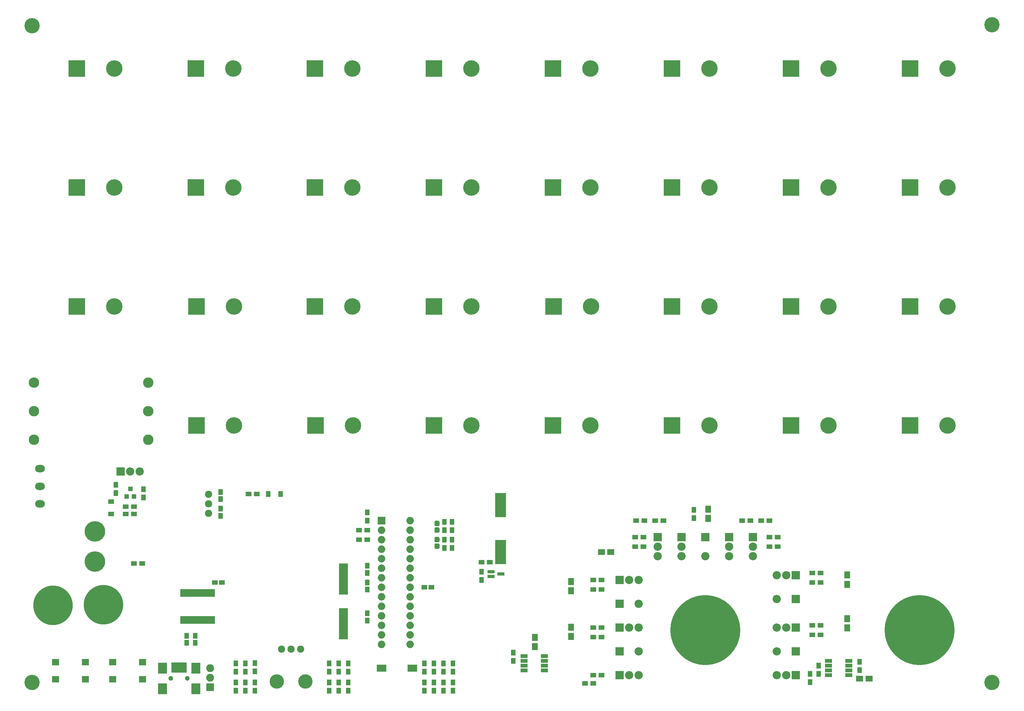
<source format=gbr>
G04 #@! TF.GenerationSoftware,KiCad,Pcbnew,(5.0.0)*
G04 #@! TF.CreationDate,2018-10-03T22:38:32-05:00*
G04 #@! TF.ProjectId,Spot_Welder_Hardware,53706F745F57656C6465725F48617264,rev?*
G04 #@! TF.SameCoordinates,Original*
G04 #@! TF.FileFunction,Soldermask,Top*
G04 #@! TF.FilePolarity,Negative*
%FSLAX46Y46*%
G04 Gerber Fmt 4.6, Leading zero omitted, Abs format (unit mm)*
G04 Created by KiCad (PCBNEW (5.0.0)) date 10/03/18 22:38:32*
%MOMM*%
%LPD*%
G01*
G04 APERTURE LIST*
%ADD10C,4.083000*%
%ADD11R,1.600000X1.300000*%
%ADD12C,18.688000*%
%ADD13R,2.900000X6.400000*%
%ADD14R,4.400000X4.400000*%
%ADD15C,4.400000*%
%ADD16R,1.650000X1.900000*%
%ADD17R,1.900000X1.650000*%
%ADD18R,1.150000X1.600000*%
%ADD19R,1.600000X1.150000*%
%ADD20C,10.560000*%
%ADD21C,5.480000*%
%ADD22C,3.850000*%
%ADD23C,1.924000*%
%ADD24R,1.300000X1.600000*%
%ADD25R,2.200000X2.200000*%
%ADD26O,2.200000X2.200000*%
%ADD27R,0.900000X2.700000*%
%ADD28C,1.300000*%
%ADD29R,2.400000X2.900000*%
%ADD30R,2.100000X2.100000*%
%ADD31O,2.100000X2.100000*%
%ADD32R,1.900000X0.850000*%
%ADD33C,2.800000*%
%ADD34O,2.800000X2.800000*%
%ADD35R,1.950000X1.700000*%
%ADD36O,2.600000X2.000000*%
%ADD37R,2.550000X1.900000*%
%ADD38R,2.000000X2.000000*%
%ADD39O,2.000000X2.000000*%
%ADD40R,1.950000X1.000000*%
%ADD41R,0.850000X2.150000*%
%ADD42R,2.400000X8.275000*%
%ADD43R,1.200000X1.300000*%
%ADD44C,0.100000*%
%ADD45C,1.350000*%
G04 APERTURE END LIST*
D10*
G04 #@! TO.C,REF\002A\002A*
X20574000Y-192786000D03*
G04 #@! TD*
G04 #@! TO.C,REF\002A\002A*
X20574000Y-17526000D03*
G04 #@! TD*
G04 #@! TO.C,REF\002A\002A*
X276606000Y-192786000D03*
G04 #@! TD*
D11*
G04 #@! TO.C,R20*
X47793000Y-145923000D03*
X45593000Y-145923000D03*
G04 #@! TD*
G04 #@! TO.C,R19*
X47793000Y-147828000D03*
X45593000Y-147828000D03*
G04 #@! TD*
D12*
G04 #@! TO.C,REF\002A\002A*
X257302000Y-178816000D03*
G04 #@! TD*
D13*
G04 #@! TO.C,BZ1*
X145542000Y-145456000D03*
X145542000Y-158056000D03*
G04 #@! TD*
D14*
G04 #@! TO.C,C1*
X223012000Y-60706000D03*
D15*
X233012000Y-60706000D03*
G04 #@! TD*
D14*
G04 #@! TO.C,C2*
X254762000Y-28956000D03*
D15*
X264762000Y-28956000D03*
G04 #@! TD*
D14*
G04 #@! TO.C,C3*
X223012000Y-92456000D03*
D15*
X233012000Y-92456000D03*
G04 #@! TD*
D14*
G04 #@! TO.C,C4*
X191262000Y-124206000D03*
D15*
X201262000Y-124206000D03*
G04 #@! TD*
D14*
G04 #@! TO.C,C5*
X223012000Y-124206000D03*
D15*
X233012000Y-124206000D03*
G04 #@! TD*
D14*
G04 #@! TO.C,C6*
X254762000Y-60706000D03*
D15*
X264762000Y-60706000D03*
G04 #@! TD*
D16*
G04 #@! TO.C,C7*
X237998000Y-166624000D03*
X237998000Y-164124000D03*
G04 #@! TD*
D14*
G04 #@! TO.C,C8*
X254762000Y-92456000D03*
D15*
X264762000Y-92456000D03*
G04 #@! TD*
D14*
G04 #@! TO.C,C9*
X191262000Y-60706000D03*
D15*
X201262000Y-60706000D03*
G04 #@! TD*
D14*
G04 #@! TO.C,C10*
X96012000Y-92456000D03*
D15*
X106012000Y-92456000D03*
G04 #@! TD*
D16*
G04 #@! TO.C,C11*
X154686000Y-183261000D03*
X154686000Y-180761000D03*
G04 #@! TD*
D14*
G04 #@! TO.C,C12*
X96012000Y-60706000D03*
D15*
X106012000Y-60706000D03*
G04 #@! TD*
D14*
G04 #@! TO.C,C13*
X64422000Y-92456000D03*
D15*
X74422000Y-92456000D03*
G04 #@! TD*
D14*
G04 #@! TO.C,C14*
X64262000Y-28956000D03*
D15*
X74262000Y-28956000D03*
G04 #@! TD*
D17*
G04 #@! TO.C,C15*
X241340000Y-191770000D03*
X243840000Y-191770000D03*
G04 #@! TD*
D14*
G04 #@! TO.C,C16*
X64262000Y-60706000D03*
D15*
X74262000Y-60706000D03*
G04 #@! TD*
D14*
G04 #@! TO.C,C17*
X32512000Y-28956000D03*
D15*
X42512000Y-28956000D03*
G04 #@! TD*
D14*
G04 #@! TO.C,C18*
X127762000Y-60706000D03*
D15*
X137762000Y-60706000D03*
G04 #@! TD*
D16*
G04 #@! TO.C,C19*
X200914000Y-149058000D03*
X200914000Y-146558000D03*
G04 #@! TD*
D14*
G04 #@! TO.C,C20*
X32512000Y-60706000D03*
D15*
X42512000Y-60706000D03*
G04 #@! TD*
D14*
G04 #@! TO.C,C21*
X96012000Y-28956000D03*
D15*
X106012000Y-28956000D03*
G04 #@! TD*
D14*
G04 #@! TO.C,C22*
X127762000Y-28956000D03*
D15*
X137762000Y-28956000D03*
G04 #@! TD*
D17*
G04 #@! TO.C,C23*
X172466000Y-157988000D03*
X174966000Y-157988000D03*
G04 #@! TD*
D16*
G04 #@! TO.C,C24*
X164338000Y-180554000D03*
X164338000Y-178054000D03*
G04 #@! TD*
D14*
G04 #@! TO.C,C25*
X159512000Y-28956000D03*
D15*
X169512000Y-28956000D03*
G04 #@! TD*
D14*
G04 #@! TO.C,C26*
X127762000Y-92456000D03*
D15*
X137762000Y-92456000D03*
G04 #@! TD*
D14*
G04 #@! TO.C,C27*
X96172000Y-124206000D03*
D15*
X106172000Y-124206000D03*
G04 #@! TD*
D16*
G04 #@! TO.C,C28*
X237998000Y-175768000D03*
X237998000Y-178268000D03*
G04 #@! TD*
D14*
G04 #@! TO.C,C29*
X32512000Y-92456000D03*
D15*
X42512000Y-92456000D03*
G04 #@! TD*
D14*
G04 #@! TO.C,C30*
X159512000Y-60706000D03*
D15*
X169512000Y-60706000D03*
G04 #@! TD*
D14*
G04 #@! TO.C,C31*
X127762000Y-124206000D03*
D15*
X137762000Y-124206000D03*
G04 #@! TD*
D16*
G04 #@! TO.C,C32*
X164338000Y-168362000D03*
X164338000Y-165862000D03*
G04 #@! TD*
D14*
G04 #@! TO.C,C33*
X191262000Y-28956000D03*
D15*
X201262000Y-28956000D03*
G04 #@! TD*
D14*
G04 #@! TO.C,C34*
X159512000Y-124206000D03*
D15*
X169512000Y-124206000D03*
G04 #@! TD*
D14*
G04 #@! TO.C,C35*
X191262000Y-92456000D03*
D15*
X201262000Y-92456000D03*
G04 #@! TD*
D14*
G04 #@! TO.C,C36*
X223012000Y-28956000D03*
D15*
X233012000Y-28956000D03*
G04 #@! TD*
D14*
G04 #@! TO.C,C37*
X159672000Y-92456000D03*
D15*
X169672000Y-92456000D03*
G04 #@! TD*
D14*
G04 #@! TO.C,C38*
X254762000Y-124206000D03*
D15*
X264762000Y-124206000D03*
G04 #@! TD*
D18*
G04 #@! TO.C,C39*
X109982000Y-163576000D03*
X109982000Y-161676000D03*
G04 #@! TD*
D19*
G04 #@! TO.C,C40*
X125222000Y-167386000D03*
X127122000Y-167386000D03*
G04 #@! TD*
D18*
G04 #@! TO.C,C41*
X109982000Y-166116000D03*
X109982000Y-168016000D03*
G04 #@! TD*
G04 #@! TO.C,C42*
X109982000Y-176276000D03*
X109982000Y-174376000D03*
G04 #@! TD*
G04 #@! TO.C,C43*
X70866000Y-141986000D03*
X70866000Y-143886000D03*
G04 #@! TD*
G04 #@! TO.C,C44*
X70866000Y-146436000D03*
X70866000Y-148336000D03*
G04 #@! TD*
D14*
G04 #@! TO.C,C45*
X64422000Y-124206000D03*
D15*
X74422000Y-124206000D03*
G04 #@! TD*
D18*
G04 #@! TO.C,C46*
X61823600Y-180340000D03*
X61823600Y-182240000D03*
G04 #@! TD*
G04 #@! TO.C,C47*
X64135000Y-182240000D03*
X64135000Y-180340000D03*
G04 #@! TD*
D19*
G04 #@! TO.C,C48*
X69342000Y-166116000D03*
X71242000Y-166116000D03*
G04 #@! TD*
D20*
G04 #@! TO.C,Conn1*
X39624000Y-172085000D03*
G04 #@! TD*
G04 #@! TO.C,Conn2*
X26162000Y-172212000D03*
G04 #@! TD*
D21*
G04 #@! TO.C,Conn3*
X37363400Y-160529000D03*
X37363400Y-152528000D03*
G04 #@! TD*
D22*
G04 #@! TO.C,Conn4*
X85852000Y-192532000D03*
X93472000Y-192532000D03*
D23*
X87122000Y-183896000D03*
X89662000Y-183896000D03*
X92202000Y-183896000D03*
G04 #@! TD*
D24*
G04 #@! TO.C,D1*
X125222000Y-194986000D03*
X125222000Y-192786000D03*
G04 #@! TD*
G04 #@! TO.C,D2*
X102362000Y-194986000D03*
X102362000Y-192786000D03*
G04 #@! TD*
G04 #@! TO.C,D3*
X127762000Y-194986000D03*
X127762000Y-192786000D03*
G04 #@! TD*
G04 #@! TO.C,D4*
X104902000Y-194986000D03*
X104902000Y-192786000D03*
G04 #@! TD*
G04 #@! TO.C,D5*
X130302000Y-194986000D03*
X130302000Y-192786000D03*
G04 #@! TD*
G04 #@! TO.C,D6*
X99822000Y-194986000D03*
X99822000Y-192786000D03*
G04 #@! TD*
G04 #@! TO.C,D7*
X132842000Y-194986000D03*
X132842000Y-192786000D03*
G04 #@! TD*
D11*
G04 #@! TO.C,D11*
X49952000Y-161036000D03*
X47752000Y-161036000D03*
G04 #@! TD*
D24*
G04 #@! TO.C,D12*
X83566000Y-142494000D03*
X86866000Y-142494000D03*
G04 #@! TD*
D25*
G04 #@! TO.C,D13*
X224282000Y-184531000D03*
D26*
X219202000Y-184531000D03*
G04 #@! TD*
D25*
G04 #@! TO.C,D14*
X224282000Y-170561000D03*
D26*
X219202000Y-170561000D03*
G04 #@! TD*
D25*
G04 #@! TO.C,D15*
X200152000Y-154051000D03*
D26*
X200152000Y-159131000D03*
G04 #@! TD*
D25*
G04 #@! TO.C,D16*
X177292000Y-171831000D03*
D26*
X182372000Y-171831000D03*
G04 #@! TD*
D24*
G04 #@! TO.C,D17*
X74930000Y-194986000D03*
X74930000Y-192786000D03*
G04 #@! TD*
G04 #@! TO.C,D18*
X77470000Y-194986000D03*
X77470000Y-192786000D03*
G04 #@! TD*
D25*
G04 #@! TO.C,D19*
X177292000Y-184531000D03*
D26*
X182372000Y-184531000D03*
G04 #@! TD*
D24*
G04 #@! TO.C,D20*
X80010000Y-194986000D03*
X80010000Y-192786000D03*
G04 #@! TD*
D27*
G04 #@! TO.C,J1*
X58212000Y-188876000D03*
D28*
X57612000Y-191726000D03*
X62012000Y-191726000D03*
D29*
X55362000Y-188976000D03*
D27*
X59012000Y-188876000D03*
X59812000Y-188876000D03*
X60612000Y-188876000D03*
X61412000Y-188876000D03*
D29*
X55362000Y-194476000D03*
X64262000Y-188976000D03*
X64262000Y-194476000D03*
G04 #@! TD*
D30*
G04 #@! TO.C,J2*
X68072000Y-194056000D03*
D31*
X68072000Y-191516000D03*
X68072000Y-188976000D03*
G04 #@! TD*
D11*
G04 #@! TO.C,L1*
X228727000Y-177546000D03*
X230927000Y-177546000D03*
G04 #@! TD*
G04 #@! TO.C,L2*
X228727000Y-163576000D03*
X230927000Y-163576000D03*
G04 #@! TD*
D24*
G04 #@! TO.C,L3*
X228092000Y-192700000D03*
X228092000Y-190500000D03*
G04 #@! TD*
D11*
G04 #@! TO.C,L4*
X217297000Y-154051000D03*
X219497000Y-154051000D03*
G04 #@! TD*
G04 #@! TO.C,L5*
X210017000Y-149606000D03*
X212217000Y-149606000D03*
G04 #@! TD*
G04 #@! TO.C,L6*
X189017000Y-149606000D03*
X186817000Y-149606000D03*
G04 #@! TD*
G04 #@! TO.C,L7*
X183642000Y-154051000D03*
X181442000Y-154051000D03*
G04 #@! TD*
G04 #@! TO.C,L8*
X172507000Y-190881000D03*
X170307000Y-190881000D03*
G04 #@! TD*
G04 #@! TO.C,L9*
X172507000Y-165481000D03*
X170307000Y-165481000D03*
G04 #@! TD*
G04 #@! TO.C,L10*
X172507000Y-178181000D03*
X170307000Y-178181000D03*
G04 #@! TD*
D32*
G04 #@! TO.C,Q1*
X143002000Y-163236000D03*
X143002000Y-164536000D03*
X145662000Y-163886000D03*
G04 #@! TD*
D25*
G04 #@! TO.C,Q3*
X44196000Y-136525000D03*
D26*
X46736000Y-136525000D03*
X49276000Y-136525000D03*
G04 #@! TD*
D25*
G04 #@! TO.C,Q4*
X224282000Y-178181000D03*
D26*
X221742000Y-178181000D03*
X219202000Y-178181000D03*
G04 #@! TD*
D25*
G04 #@! TO.C,Q5*
X224282000Y-164211000D03*
D26*
X221742000Y-164211000D03*
X219202000Y-164211000D03*
G04 #@! TD*
D25*
G04 #@! TO.C,Q6*
X224282000Y-190881000D03*
D26*
X221742000Y-190881000D03*
X219202000Y-190881000D03*
G04 #@! TD*
D25*
G04 #@! TO.C,Q7*
X212852000Y-154051000D03*
D26*
X212852000Y-156591000D03*
X212852000Y-159131000D03*
G04 #@! TD*
D25*
G04 #@! TO.C,Q8*
X206502000Y-154051000D03*
D26*
X206502000Y-156591000D03*
X206502000Y-159131000D03*
G04 #@! TD*
D25*
G04 #@! TO.C,Q9*
X193802000Y-154051000D03*
D26*
X193802000Y-156591000D03*
X193802000Y-159131000D03*
G04 #@! TD*
D25*
G04 #@! TO.C,Q10*
X187452000Y-154051000D03*
D26*
X187452000Y-156591000D03*
X187452000Y-159131000D03*
G04 #@! TD*
D25*
G04 #@! TO.C,Q11*
X177292000Y-190881000D03*
D26*
X179832000Y-190881000D03*
X182372000Y-190881000D03*
G04 #@! TD*
D25*
G04 #@! TO.C,Q12*
X177292000Y-165481000D03*
D26*
X179832000Y-165481000D03*
X182372000Y-165481000D03*
G04 #@! TD*
D25*
G04 #@! TO.C,Q13*
X177292000Y-178181000D03*
D26*
X179832000Y-178181000D03*
X182372000Y-178181000D03*
G04 #@! TD*
D24*
G04 #@! TO.C,R1*
X125222000Y-189906000D03*
X125222000Y-187706000D03*
G04 #@! TD*
G04 #@! TO.C,R2*
X140462000Y-163236000D03*
X140462000Y-165436000D03*
G04 #@! TD*
G04 #@! TO.C,R3*
X102362000Y-189906000D03*
X102362000Y-187706000D03*
G04 #@! TD*
D11*
G04 #@! TO.C,R4*
X140462000Y-160696000D03*
X142662000Y-160696000D03*
G04 #@! TD*
D24*
G04 #@! TO.C,R5*
X127762000Y-189906000D03*
X127762000Y-187706000D03*
G04 #@! TD*
G04 #@! TO.C,R6*
X104902000Y-189906000D03*
X104902000Y-187706000D03*
G04 #@! TD*
G04 #@! TO.C,R7*
X130302000Y-189906000D03*
X130302000Y-187706000D03*
G04 #@! TD*
G04 #@! TO.C,R8*
X99822000Y-189906000D03*
X99822000Y-187706000D03*
G04 #@! TD*
G04 #@! TO.C,R9*
X132842000Y-189906000D03*
X132842000Y-187706000D03*
G04 #@! TD*
G04 #@! TO.C,R10*
X132588000Y-152146000D03*
X132588000Y-149946000D03*
G04 #@! TD*
G04 #@! TO.C,R11*
X130556000Y-152146000D03*
X130556000Y-149946000D03*
G04 #@! TD*
D33*
G04 #@! TO.C,R12*
X51562000Y-128016000D03*
D34*
X21082000Y-128016000D03*
G04 #@! TD*
D33*
G04 #@! TO.C,R13*
X21082000Y-120396000D03*
D34*
X51562000Y-120396000D03*
G04 #@! TD*
D33*
G04 #@! TO.C,R14*
X51562000Y-112776000D03*
D34*
X21082000Y-112776000D03*
G04 #@! TD*
D24*
G04 #@! TO.C,R15*
X132588000Y-154686000D03*
X132588000Y-156886000D03*
G04 #@! TD*
G04 #@! TO.C,R16*
X130556000Y-154686000D03*
X130556000Y-156886000D03*
G04 #@! TD*
G04 #@! TO.C,R17*
X109982000Y-147406000D03*
X109982000Y-149606000D03*
G04 #@! TD*
G04 #@! TO.C,R18*
X42926000Y-140040000D03*
X42926000Y-142240000D03*
G04 #@! TD*
D11*
G04 #@! TO.C,R21*
X80518000Y-142494000D03*
X78318000Y-142494000D03*
G04 #@! TD*
D24*
G04 #@! TO.C,R22*
X197104000Y-148971000D03*
X197104000Y-146771000D03*
G04 #@! TD*
D11*
G04 #@! TO.C,R23*
X230927000Y-180086000D03*
X228727000Y-180086000D03*
G04 #@! TD*
G04 #@! TO.C,R24*
X107782000Y-152146000D03*
X109982000Y-152146000D03*
G04 #@! TD*
G04 #@! TO.C,R25*
X107782000Y-154686000D03*
X109982000Y-154686000D03*
G04 #@! TD*
G04 #@! TO.C,R26*
X230927000Y-166116000D03*
X228727000Y-166116000D03*
G04 #@! TD*
D24*
G04 #@! TO.C,R27*
X148971000Y-187071000D03*
X148971000Y-184871000D03*
G04 #@! TD*
G04 #@! TO.C,R28*
X230378000Y-190500000D03*
X230378000Y-188300000D03*
G04 #@! TD*
D11*
G04 #@! TO.C,R29*
X219497000Y-156591000D03*
X217297000Y-156591000D03*
G04 #@! TD*
G04 #@! TO.C,R30*
X215097000Y-149606000D03*
X217297000Y-149606000D03*
G04 #@! TD*
G04 #@! TO.C,R31*
X183937000Y-149606000D03*
X181737000Y-149606000D03*
G04 #@! TD*
G04 #@! TO.C,R32*
X181442000Y-156591000D03*
X183642000Y-156591000D03*
G04 #@! TD*
D24*
G04 #@! TO.C,R33*
X241300000Y-189484000D03*
X241300000Y-187284000D03*
G04 #@! TD*
D11*
G04 #@! TO.C,R34*
X170307000Y-193040000D03*
X168107000Y-193040000D03*
G04 #@! TD*
D24*
G04 #@! TO.C,R35*
X74930000Y-187706000D03*
X74930000Y-189906000D03*
G04 #@! TD*
D11*
G04 #@! TO.C,R36*
X170307000Y-168021000D03*
X172507000Y-168021000D03*
G04 #@! TD*
D24*
G04 #@! TO.C,R37*
X77470000Y-187706000D03*
X77470000Y-189906000D03*
G04 #@! TD*
D11*
G04 #@! TO.C,R38*
X170307000Y-180721000D03*
X172507000Y-180721000D03*
G04 #@! TD*
D24*
G04 #@! TO.C,R39*
X80010000Y-187622000D03*
X80010000Y-189822000D03*
G04 #@! TD*
D35*
G04 #@! TO.C,SW1*
X34782000Y-191936000D03*
X26832000Y-191936000D03*
X34782000Y-187436000D03*
X26832000Y-187436000D03*
G04 #@! TD*
D36*
G04 #@! TO.C,SW2*
X22733000Y-135762000D03*
X22733000Y-140462000D03*
X22733000Y-145162000D03*
G04 #@! TD*
D37*
G04 #@! TO.C,SW3*
X122042000Y-188976000D03*
X113792000Y-188976000D03*
G04 #@! TD*
D35*
G04 #@! TO.C,SW4*
X50022000Y-191936000D03*
X42072000Y-191936000D03*
X50022000Y-187436000D03*
X42072000Y-187436000D03*
G04 #@! TD*
D23*
G04 #@! TO.C,U1*
X67691000Y-142621000D03*
X67691000Y-145161000D03*
X67691000Y-147701000D03*
G04 #@! TD*
D38*
G04 #@! TO.C,U2*
X113792000Y-149606000D03*
D39*
X121412000Y-182626000D03*
X113792000Y-152146000D03*
X121412000Y-180086000D03*
X113792000Y-154686000D03*
X121412000Y-177546000D03*
X113792000Y-157226000D03*
X121412000Y-175006000D03*
X113792000Y-159766000D03*
X121412000Y-172466000D03*
X113792000Y-162306000D03*
X121412000Y-169926000D03*
X113792000Y-164846000D03*
X121412000Y-167386000D03*
X113792000Y-167386000D03*
X121412000Y-164846000D03*
X113792000Y-169926000D03*
X121412000Y-162306000D03*
X113792000Y-172466000D03*
X121412000Y-159766000D03*
X113792000Y-175006000D03*
X121412000Y-157226000D03*
X113792000Y-177546000D03*
X121412000Y-154686000D03*
X113792000Y-180086000D03*
X121412000Y-152146000D03*
X113792000Y-182626000D03*
X121412000Y-149606000D03*
G04 #@! TD*
D40*
G04 #@! TO.C,U3*
X238445000Y-190881000D03*
X238445000Y-189611000D03*
X238445000Y-188341000D03*
X238445000Y-187071000D03*
X233045000Y-187071000D03*
X233045000Y-188341000D03*
X233045000Y-189611000D03*
X233045000Y-190881000D03*
G04 #@! TD*
D41*
G04 #@! TO.C,U4*
X68961000Y-168910000D03*
X68311000Y-168910000D03*
X67661000Y-168910000D03*
X67011000Y-168910000D03*
X66361000Y-168910000D03*
X65711000Y-168910000D03*
X65061000Y-168910000D03*
X64411000Y-168910000D03*
X63761000Y-168910000D03*
X63111000Y-168910000D03*
X62461000Y-168910000D03*
X61811000Y-168910000D03*
X61161000Y-168910000D03*
X60511000Y-168910000D03*
X60511000Y-176110000D03*
X61161000Y-176110000D03*
X61811000Y-176110000D03*
X62461000Y-176110000D03*
X63111000Y-176110000D03*
X63761000Y-176110000D03*
X64411000Y-176110000D03*
X65061000Y-176110000D03*
X65711000Y-176110000D03*
X66361000Y-176110000D03*
X67011000Y-176110000D03*
X67661000Y-176110000D03*
X68311000Y-176110000D03*
X68961000Y-176110000D03*
G04 #@! TD*
D40*
G04 #@! TO.C,U5*
X151826000Y-185801000D03*
X151826000Y-187071000D03*
X151826000Y-188341000D03*
X151826000Y-189611000D03*
X157226000Y-189611000D03*
X157226000Y-188341000D03*
X157226000Y-187071000D03*
X157226000Y-185801000D03*
G04 #@! TD*
D42*
G04 #@! TO.C,Y1*
X103632000Y-165258500D03*
X103632000Y-177133500D03*
G04 #@! TD*
D10*
G04 #@! TO.C,REF\002A\002A*
X276606000Y-17272000D03*
G04 #@! TD*
D12*
G04 #@! TO.C,REF\002A\002A*
X200152000Y-178841400D03*
G04 #@! TD*
D24*
G04 #@! TO.C,R40*
X50292000Y-141224000D03*
X50292000Y-143424000D03*
G04 #@! TD*
D43*
G04 #@! TO.C,Q2*
X45842388Y-143198804D03*
X47742388Y-143198804D03*
X46792388Y-141198804D03*
G04 #@! TD*
D11*
G04 #@! TO.C,D10*
X41656000Y-144528000D03*
X41656000Y-147828000D03*
G04 #@! TD*
D44*
G04 #@! TO.C,D8*
G36*
X128949582Y-151422625D02*
X128982344Y-151427485D01*
X129014472Y-151435533D01*
X129045657Y-151446691D01*
X129075597Y-151460852D01*
X129104006Y-151477879D01*
X129130609Y-151497609D01*
X129155150Y-151519851D01*
X129177392Y-151544392D01*
X129197122Y-151570995D01*
X129214149Y-151599404D01*
X129228310Y-151629344D01*
X129239468Y-151660529D01*
X129247516Y-151692657D01*
X129252376Y-151725419D01*
X129254001Y-151758500D01*
X129254001Y-152533500D01*
X129252376Y-152566581D01*
X129247516Y-152599343D01*
X129239468Y-152631471D01*
X129228310Y-152662656D01*
X129214149Y-152692596D01*
X129197122Y-152721005D01*
X129177392Y-152747608D01*
X129155150Y-152772149D01*
X129130609Y-152794391D01*
X129104006Y-152814121D01*
X129075597Y-152831148D01*
X129045657Y-152845309D01*
X129014472Y-152856467D01*
X128982344Y-152864515D01*
X128949582Y-152869375D01*
X128916501Y-152871000D01*
X128241501Y-152871000D01*
X128208420Y-152869375D01*
X128175658Y-152864515D01*
X128143530Y-152856467D01*
X128112345Y-152845309D01*
X128082405Y-152831148D01*
X128053996Y-152814121D01*
X128027393Y-152794391D01*
X128002852Y-152772149D01*
X127980610Y-152747608D01*
X127960880Y-152721005D01*
X127943853Y-152692596D01*
X127929692Y-152662656D01*
X127918534Y-152631471D01*
X127910486Y-152599343D01*
X127905626Y-152566581D01*
X127904001Y-152533500D01*
X127904001Y-151758500D01*
X127905626Y-151725419D01*
X127910486Y-151692657D01*
X127918534Y-151660529D01*
X127929692Y-151629344D01*
X127943853Y-151599404D01*
X127960880Y-151570995D01*
X127980610Y-151544392D01*
X128002852Y-151519851D01*
X128027393Y-151497609D01*
X128053996Y-151477879D01*
X128082405Y-151460852D01*
X128112345Y-151446691D01*
X128143530Y-151435533D01*
X128175658Y-151427485D01*
X128208420Y-151422625D01*
X128241501Y-151421000D01*
X128916501Y-151421000D01*
X128949582Y-151422625D01*
X128949582Y-151422625D01*
G37*
D45*
X128579001Y-152146000D03*
D44*
G36*
X128949582Y-149672625D02*
X128982344Y-149677485D01*
X129014472Y-149685533D01*
X129045657Y-149696691D01*
X129075597Y-149710852D01*
X129104006Y-149727879D01*
X129130609Y-149747609D01*
X129155150Y-149769851D01*
X129177392Y-149794392D01*
X129197122Y-149820995D01*
X129214149Y-149849404D01*
X129228310Y-149879344D01*
X129239468Y-149910529D01*
X129247516Y-149942657D01*
X129252376Y-149975419D01*
X129254001Y-150008500D01*
X129254001Y-150783500D01*
X129252376Y-150816581D01*
X129247516Y-150849343D01*
X129239468Y-150881471D01*
X129228310Y-150912656D01*
X129214149Y-150942596D01*
X129197122Y-150971005D01*
X129177392Y-150997608D01*
X129155150Y-151022149D01*
X129130609Y-151044391D01*
X129104006Y-151064121D01*
X129075597Y-151081148D01*
X129045657Y-151095309D01*
X129014472Y-151106467D01*
X128982344Y-151114515D01*
X128949582Y-151119375D01*
X128916501Y-151121000D01*
X128241501Y-151121000D01*
X128208420Y-151119375D01*
X128175658Y-151114515D01*
X128143530Y-151106467D01*
X128112345Y-151095309D01*
X128082405Y-151081148D01*
X128053996Y-151064121D01*
X128027393Y-151044391D01*
X128002852Y-151022149D01*
X127980610Y-150997608D01*
X127960880Y-150971005D01*
X127943853Y-150942596D01*
X127929692Y-150912656D01*
X127918534Y-150881471D01*
X127910486Y-150849343D01*
X127905626Y-150816581D01*
X127904001Y-150783500D01*
X127904001Y-150008500D01*
X127905626Y-149975419D01*
X127910486Y-149942657D01*
X127918534Y-149910529D01*
X127929692Y-149879344D01*
X127943853Y-149849404D01*
X127960880Y-149820995D01*
X127980610Y-149794392D01*
X128002852Y-149769851D01*
X128027393Y-149747609D01*
X128053996Y-149727879D01*
X128082405Y-149710852D01*
X128112345Y-149696691D01*
X128143530Y-149685533D01*
X128175658Y-149677485D01*
X128208420Y-149672625D01*
X128241501Y-149671000D01*
X128916501Y-149671000D01*
X128949582Y-149672625D01*
X128949582Y-149672625D01*
G37*
D45*
X128579001Y-150396000D03*
G04 #@! TD*
D44*
G04 #@! TO.C,D9*
G36*
X128949582Y-155712625D02*
X128982344Y-155717485D01*
X129014472Y-155725533D01*
X129045657Y-155736691D01*
X129075597Y-155750852D01*
X129104006Y-155767879D01*
X129130609Y-155787609D01*
X129155150Y-155809851D01*
X129177392Y-155834392D01*
X129197122Y-155860995D01*
X129214149Y-155889404D01*
X129228310Y-155919344D01*
X129239468Y-155950529D01*
X129247516Y-155982657D01*
X129252376Y-156015419D01*
X129254001Y-156048500D01*
X129254001Y-156823500D01*
X129252376Y-156856581D01*
X129247516Y-156889343D01*
X129239468Y-156921471D01*
X129228310Y-156952656D01*
X129214149Y-156982596D01*
X129197122Y-157011005D01*
X129177392Y-157037608D01*
X129155150Y-157062149D01*
X129130609Y-157084391D01*
X129104006Y-157104121D01*
X129075597Y-157121148D01*
X129045657Y-157135309D01*
X129014472Y-157146467D01*
X128982344Y-157154515D01*
X128949582Y-157159375D01*
X128916501Y-157161000D01*
X128241501Y-157161000D01*
X128208420Y-157159375D01*
X128175658Y-157154515D01*
X128143530Y-157146467D01*
X128112345Y-157135309D01*
X128082405Y-157121148D01*
X128053996Y-157104121D01*
X128027393Y-157084391D01*
X128002852Y-157062149D01*
X127980610Y-157037608D01*
X127960880Y-157011005D01*
X127943853Y-156982596D01*
X127929692Y-156952656D01*
X127918534Y-156921471D01*
X127910486Y-156889343D01*
X127905626Y-156856581D01*
X127904001Y-156823500D01*
X127904001Y-156048500D01*
X127905626Y-156015419D01*
X127910486Y-155982657D01*
X127918534Y-155950529D01*
X127929692Y-155919344D01*
X127943853Y-155889404D01*
X127960880Y-155860995D01*
X127980610Y-155834392D01*
X128002852Y-155809851D01*
X128027393Y-155787609D01*
X128053996Y-155767879D01*
X128082405Y-155750852D01*
X128112345Y-155736691D01*
X128143530Y-155725533D01*
X128175658Y-155717485D01*
X128208420Y-155712625D01*
X128241501Y-155711000D01*
X128916501Y-155711000D01*
X128949582Y-155712625D01*
X128949582Y-155712625D01*
G37*
D45*
X128579001Y-156436000D03*
D44*
G36*
X128949582Y-153962625D02*
X128982344Y-153967485D01*
X129014472Y-153975533D01*
X129045657Y-153986691D01*
X129075597Y-154000852D01*
X129104006Y-154017879D01*
X129130609Y-154037609D01*
X129155150Y-154059851D01*
X129177392Y-154084392D01*
X129197122Y-154110995D01*
X129214149Y-154139404D01*
X129228310Y-154169344D01*
X129239468Y-154200529D01*
X129247516Y-154232657D01*
X129252376Y-154265419D01*
X129254001Y-154298500D01*
X129254001Y-155073500D01*
X129252376Y-155106581D01*
X129247516Y-155139343D01*
X129239468Y-155171471D01*
X129228310Y-155202656D01*
X129214149Y-155232596D01*
X129197122Y-155261005D01*
X129177392Y-155287608D01*
X129155150Y-155312149D01*
X129130609Y-155334391D01*
X129104006Y-155354121D01*
X129075597Y-155371148D01*
X129045657Y-155385309D01*
X129014472Y-155396467D01*
X128982344Y-155404515D01*
X128949582Y-155409375D01*
X128916501Y-155411000D01*
X128241501Y-155411000D01*
X128208420Y-155409375D01*
X128175658Y-155404515D01*
X128143530Y-155396467D01*
X128112345Y-155385309D01*
X128082405Y-155371148D01*
X128053996Y-155354121D01*
X128027393Y-155334391D01*
X128002852Y-155312149D01*
X127980610Y-155287608D01*
X127960880Y-155261005D01*
X127943853Y-155232596D01*
X127929692Y-155202656D01*
X127918534Y-155171471D01*
X127910486Y-155139343D01*
X127905626Y-155106581D01*
X127904001Y-155073500D01*
X127904001Y-154298500D01*
X127905626Y-154265419D01*
X127910486Y-154232657D01*
X127918534Y-154200529D01*
X127929692Y-154169344D01*
X127943853Y-154139404D01*
X127960880Y-154110995D01*
X127980610Y-154084392D01*
X128002852Y-154059851D01*
X128027393Y-154037609D01*
X128053996Y-154017879D01*
X128082405Y-154000852D01*
X128112345Y-153986691D01*
X128143530Y-153975533D01*
X128175658Y-153967485D01*
X128208420Y-153962625D01*
X128241501Y-153961000D01*
X128916501Y-153961000D01*
X128949582Y-153962625D01*
X128949582Y-153962625D01*
G37*
D45*
X128579001Y-154686000D03*
G04 #@! TD*
M02*

</source>
